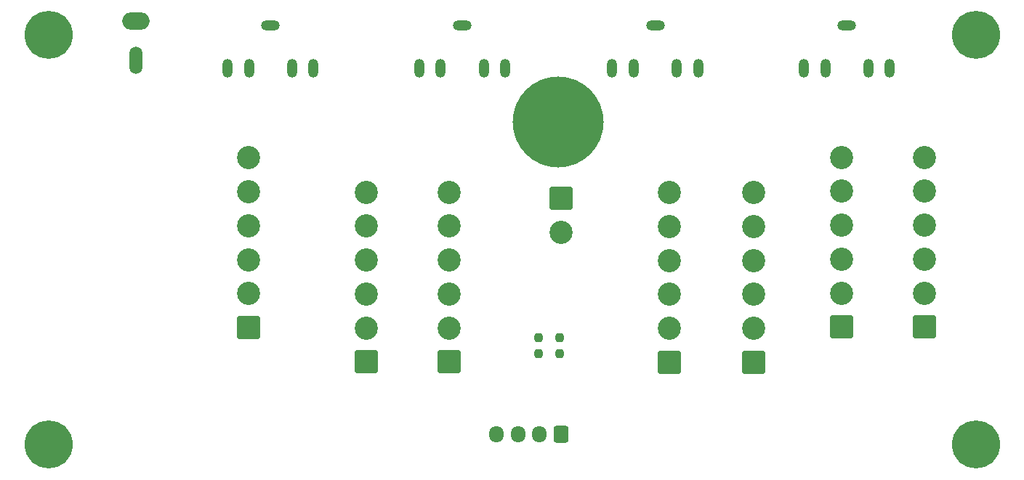
<source format=gbr>
%TF.GenerationSoftware,KiCad,Pcbnew,(6.0.8)*%
%TF.CreationDate,2022-10-25T18:18:37+09:00*%
%TF.ProjectId,amp-input,616d702d-696e-4707-9574-2e6b69636164,rev?*%
%TF.SameCoordinates,Original*%
%TF.FileFunction,Soldermask,Bot*%
%TF.FilePolarity,Negative*%
%FSLAX46Y46*%
G04 Gerber Fmt 4.6, Leading zero omitted, Abs format (unit mm)*
G04 Created by KiCad (PCBNEW (6.0.8)) date 2022-10-25 18:18:37*
%MOMM*%
%LPD*%
G01*
G04 APERTURE LIST*
G04 Aperture macros list*
%AMRoundRect*
0 Rectangle with rounded corners*
0 $1 Rounding radius*
0 $2 $3 $4 $5 $6 $7 $8 $9 X,Y pos of 4 corners*
0 Add a 4 corners polygon primitive as box body*
4,1,4,$2,$3,$4,$5,$6,$7,$8,$9,$2,$3,0*
0 Add four circle primitives for the rounded corners*
1,1,$1+$1,$2,$3*
1,1,$1+$1,$4,$5*
1,1,$1+$1,$6,$7*
1,1,$1+$1,$8,$9*
0 Add four rect primitives between the rounded corners*
20,1,$1+$1,$2,$3,$4,$5,0*
20,1,$1+$1,$4,$5,$6,$7,0*
20,1,$1+$1,$6,$7,$8,$9,0*
20,1,$1+$1,$8,$9,$2,$3,0*%
G04 Aperture macros list end*
%ADD10RoundRect,0.250001X1.099999X-1.099999X1.099999X1.099999X-1.099999X1.099999X-1.099999X-1.099999X0*%
%ADD11C,2.700000*%
%ADD12RoundRect,0.250001X-1.099999X1.099999X-1.099999X-1.099999X1.099999X-1.099999X1.099999X1.099999X0*%
%ADD13C,3.600000*%
%ADD14C,5.600000*%
%ADD15C,0.900000*%
%ADD16C,10.600000*%
%ADD17O,1.200000X2.200000*%
%ADD18O,2.200000X1.200000*%
%ADD19RoundRect,0.250000X0.600000X0.725000X-0.600000X0.725000X-0.600000X-0.725000X0.600000X-0.725000X0*%
%ADD20O,1.700000X1.950000*%
%ADD21O,1.500000X3.200000*%
%ADD22O,3.200000X2.000000*%
%ADD23RoundRect,0.237500X-0.237500X0.250000X-0.237500X-0.250000X0.237500X-0.250000X0.237500X0.250000X0*%
G04 APERTURE END LIST*
D10*
%TO.C,J9*%
X171066000Y-103388000D03*
D11*
X171066000Y-99428000D03*
X171066000Y-95468000D03*
X171066000Y-91508000D03*
X171066000Y-87548000D03*
X171066000Y-83588000D03*
%TD*%
D12*
%TO.C,J5*%
X158398000Y-84295500D03*
D11*
X158398000Y-88255500D03*
%TD*%
D13*
%TO.C,H4*%
X206756000Y-112977000D03*
D14*
X206756000Y-112977000D03*
%TD*%
D13*
%TO.C,H3*%
X98704400Y-65227200D03*
D14*
X98704400Y-65227200D03*
%TD*%
%TO.C,H2*%
X206756000Y-65225000D03*
D13*
X206756000Y-65225000D03*
%TD*%
D15*
%TO.C,H1*%
X158102000Y-79360000D03*
X162077000Y-75385000D03*
X154127000Y-75385000D03*
D16*
X158102000Y-75385000D03*
D15*
X155291251Y-72574251D03*
X160912749Y-72574251D03*
X158102000Y-71410000D03*
X155291251Y-78195749D03*
X160912749Y-78195749D03*
%TD*%
D17*
%TO.C,J3*%
X151911200Y-69139200D03*
X149411200Y-69139200D03*
D18*
X146911200Y-64139200D03*
D17*
X141911200Y-69139200D03*
X144411200Y-69139200D03*
%TD*%
D10*
%TO.C,J13*%
X122034000Y-99353000D03*
D11*
X122034000Y-95393000D03*
X122034000Y-91433000D03*
X122034000Y-87473000D03*
X122034000Y-83513000D03*
X122034000Y-79553000D03*
%TD*%
D17*
%TO.C,J1*%
X196716800Y-69139200D03*
X194216800Y-69139200D03*
D18*
X191716800Y-64139200D03*
D17*
X186716800Y-69139200D03*
X189216800Y-69139200D03*
%TD*%
%TO.C,J2*%
X174390200Y-69139200D03*
X171890200Y-69139200D03*
D18*
X169390200Y-64139200D03*
D17*
X164390200Y-69139200D03*
X166890200Y-69139200D03*
%TD*%
D10*
%TO.C,J12*%
X135708000Y-103350500D03*
D11*
X135708000Y-99390500D03*
X135708000Y-95430500D03*
X135708000Y-91470500D03*
X135708000Y-87510500D03*
X135708000Y-83550500D03*
%TD*%
D13*
%TO.C,H5*%
X98704400Y-112979200D03*
D14*
X98704400Y-112979200D03*
%TD*%
D19*
%TO.C,J6*%
X158416000Y-111760000D03*
D20*
X155916000Y-111760000D03*
X153416000Y-111760000D03*
X150916000Y-111760000D03*
%TD*%
D10*
%TO.C,J11*%
X145360000Y-103350500D03*
D11*
X145360000Y-99390500D03*
X145360000Y-95430500D03*
X145360000Y-91470500D03*
X145360000Y-87510500D03*
X145360000Y-83550500D03*
%TD*%
D10*
%TO.C,J10*%
X180878000Y-103388000D03*
D11*
X180878000Y-99428000D03*
X180878000Y-95468000D03*
X180878000Y-91508000D03*
X180878000Y-87548000D03*
X180878000Y-83588000D03*
%TD*%
D17*
%TO.C,J4*%
X129584600Y-69139200D03*
X127084600Y-69139200D03*
D18*
X124584600Y-64139200D03*
D17*
X119584600Y-69139200D03*
X122084600Y-69139200D03*
%TD*%
D10*
%TO.C,J8*%
X200732000Y-99286500D03*
D11*
X200732000Y-95326500D03*
X200732000Y-91366500D03*
X200732000Y-87406500D03*
X200732000Y-83446500D03*
X200732000Y-79486500D03*
%TD*%
D21*
%TO.C,J14*%
X108864400Y-68139200D03*
D22*
X108864400Y-63639200D03*
%TD*%
D10*
%TO.C,J7*%
X191080000Y-99286500D03*
D11*
X191080000Y-95326500D03*
X191080000Y-91366500D03*
X191080000Y-87406500D03*
X191080000Y-83446500D03*
X191080000Y-79486500D03*
%TD*%
D23*
%TO.C,R1*%
X158229000Y-100537000D03*
X158229000Y-102362000D03*
%TD*%
%TO.C,R2*%
X155816000Y-100537000D03*
X155816000Y-102362000D03*
%TD*%
M02*

</source>
